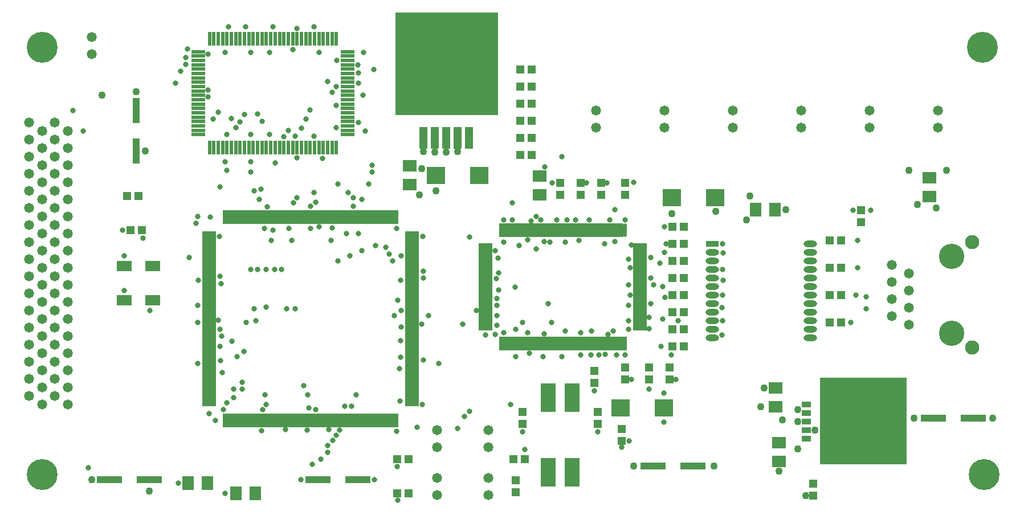
<source format=gts>
%FSLAX24Y24*%
%MOIN*%
G70*
G01*
G75*
%ADD10R,0.1417X0.0315*%
%ADD11R,0.0709X0.0630*%
%ADD12R,0.0315X0.1417*%
%ADD13R,0.0394X0.0433*%
%ADD14R,0.1024X0.0945*%
%ADD15R,0.0787X0.0551*%
%ADD16R,0.0433X0.0394*%
%ADD17R,0.0700X0.0300*%
%ADD18O,0.0700X0.0300*%
%ADD19R,0.0827X0.1614*%
%ADD20R,0.0157X0.0709*%
%ADD21R,0.0709X0.0157*%
%ADD22R,0.0118X0.0728*%
%ADD23R,0.0728X0.0118*%
%ADD24R,0.0709X0.0122*%
%ADD25O,0.0122X0.0709*%
%ADD26R,0.0122X0.0709*%
%ADD27R,0.0630X0.0709*%
%ADD28R,0.0394X0.1181*%
%ADD29R,0.5906X0.5906*%
%ADD30R,0.0500X0.0250*%
%ADD31R,0.5000X0.5000*%
%ADD32C,0.0160*%
%ADD33C,0.0200*%
%ADD34C,0.0070*%
%ADD35C,0.0080*%
%ADD36C,0.0100*%
%ADD37C,0.0120*%
%ADD38C,0.0300*%
%ADD39C,0.0394*%
%ADD40C,0.0500*%
%ADD41C,0.0750*%
%ADD42C,0.1400*%
%ADD43C,0.1732*%
%ADD44C,0.1732*%
%ADD45C,0.0320*%
%ADD46C,0.0350*%
%ADD47C,0.0250*%
%ADD48C,0.0060*%
%ADD49C,0.0098*%
%ADD50C,0.0079*%
%ADD51C,0.0140*%
%ADD52R,0.0079X0.0197*%
%ADD53R,0.0079X0.0197*%
%ADD54R,0.0079X0.0197*%
%ADD55R,0.0197X0.0079*%
%ADD56R,0.0200X0.1000*%
%ADD57R,0.0200X0.0500*%
%ADD58R,0.0500X0.0200*%
%ADD59R,0.0200X0.0700*%
%ADD60R,0.0200X0.0200*%
%ADD61C,0.0020*%
%ADD62R,0.0197X0.0079*%
%ADD63R,0.1497X0.0395*%
%ADD64R,0.0789X0.0710*%
%ADD65R,0.0395X0.1497*%
%ADD66R,0.0474X0.0513*%
%ADD67R,0.1104X0.1025*%
%ADD68R,0.0867X0.0631*%
%ADD69R,0.0513X0.0474*%
%ADD70R,0.0780X0.0380*%
%ADD71O,0.0780X0.0380*%
%ADD72R,0.0907X0.1694*%
%ADD73R,0.0237X0.0789*%
%ADD74R,0.0789X0.0237*%
%ADD75R,0.0198X0.0808*%
%ADD76R,0.0808X0.0198*%
%ADD77R,0.0789X0.0202*%
%ADD78O,0.0202X0.0789*%
%ADD79R,0.0202X0.0789*%
%ADD80R,0.0710X0.0789*%
%ADD81R,0.0474X0.1261*%
%ADD82R,0.5986X0.5986*%
%ADD83R,0.0580X0.0330*%
%ADD84R,0.5080X0.5080*%
%ADD85C,0.0474*%
%ADD86C,0.0580*%
%ADD87C,0.0830*%
%ADD88C,0.1480*%
%ADD89C,0.1812*%
%ADD90C,0.1812*%
%ADD91C,0.0400*%
%ADD92C,0.0430*%
%ADD93C,0.0330*%
D63*
X60581Y33000D02*
D03*
X58219D02*
D03*
X38619Y32200D02*
D03*
X40981D02*
D03*
X26419D02*
D03*
X28781D02*
D03*
X74619Y35800D02*
D03*
X76981D02*
D03*
D64*
X44000Y49449D02*
D03*
Y50551D02*
D03*
X65400Y37551D02*
D03*
Y36449D02*
D03*
X65600Y33249D02*
D03*
Y34351D02*
D03*
X51600Y48849D02*
D03*
Y49951D02*
D03*
X74400Y48749D02*
D03*
Y49851D02*
D03*
D65*
X28000Y51419D02*
D03*
Y53781D02*
D03*
D66*
X67600Y31935D02*
D03*
Y31265D02*
D03*
X56600Y38065D02*
D03*
Y38735D02*
D03*
X54800Y38535D02*
D03*
Y37865D02*
D03*
X58000Y38735D02*
D03*
Y38065D02*
D03*
X56400Y35135D02*
D03*
Y34465D02*
D03*
X59200Y38735D02*
D03*
Y38065D02*
D03*
X55000Y35465D02*
D03*
Y36135D02*
D03*
X70400Y47265D02*
D03*
Y47935D02*
D03*
X50600Y36135D02*
D03*
Y35465D02*
D03*
X52800Y48865D02*
D03*
Y49535D02*
D03*
X54000Y49535D02*
D03*
Y48865D02*
D03*
X55200Y49535D02*
D03*
Y48865D02*
D03*
X56600Y49535D02*
D03*
Y48865D02*
D03*
X50200Y32135D02*
D03*
Y31465D02*
D03*
D67*
X59340Y48700D02*
D03*
X61860D02*
D03*
X56340Y36400D02*
D03*
X58860D02*
D03*
X48060Y50000D02*
D03*
X45540D02*
D03*
D68*
X27300Y44700D02*
D03*
Y42700D02*
D03*
X28954D02*
D03*
Y44700D02*
D03*
D69*
X59365Y41000D02*
D03*
X60035D02*
D03*
X59365Y46000D02*
D03*
X60035D02*
D03*
X59365Y45000D02*
D03*
X60035D02*
D03*
X59365Y44000D02*
D03*
X60035D02*
D03*
X59365Y43000D02*
D03*
X60035D02*
D03*
X59365Y42000D02*
D03*
X60035D02*
D03*
X59365Y40000D02*
D03*
X60035D02*
D03*
X68565Y41400D02*
D03*
X69235D02*
D03*
X68565Y43000D02*
D03*
X69235D02*
D03*
X68565Y44600D02*
D03*
X69235D02*
D03*
X68565Y46200D02*
D03*
X69235D02*
D03*
X60035Y47000D02*
D03*
X59365D02*
D03*
X27665Y46800D02*
D03*
X28335D02*
D03*
X50735Y33400D02*
D03*
X50065D02*
D03*
X43265Y31400D02*
D03*
X43935D02*
D03*
X50465Y56200D02*
D03*
X51135D02*
D03*
X50465Y55200D02*
D03*
X51135D02*
D03*
X50465Y54200D02*
D03*
X51135D02*
D03*
X50465Y53200D02*
D03*
X51135D02*
D03*
X50465Y52200D02*
D03*
X51135D02*
D03*
X50465Y51200D02*
D03*
X51135D02*
D03*
X27465Y48800D02*
D03*
X43265Y33400D02*
D03*
X43935D02*
D03*
X28135Y48800D02*
D03*
D70*
X61700Y46000D02*
D03*
D71*
Y45500D02*
D03*
Y45000D02*
D03*
Y44500D02*
D03*
Y44000D02*
D03*
Y43500D02*
D03*
Y43000D02*
D03*
Y42500D02*
D03*
Y42000D02*
D03*
Y41500D02*
D03*
Y41000D02*
D03*
Y40500D02*
D03*
X67450Y46000D02*
D03*
Y45500D02*
D03*
Y45000D02*
D03*
Y44500D02*
D03*
Y44000D02*
D03*
Y43500D02*
D03*
Y43000D02*
D03*
Y42500D02*
D03*
Y42000D02*
D03*
Y41500D02*
D03*
Y41000D02*
D03*
Y40500D02*
D03*
D72*
X53509Y36985D02*
D03*
X52091D02*
D03*
X53509Y32615D02*
D03*
X52091D02*
D03*
D73*
X39711Y57991D02*
D03*
X39455D02*
D03*
X39199D02*
D03*
X38943D02*
D03*
X38687D02*
D03*
X38431D02*
D03*
X38175D02*
D03*
X37919D02*
D03*
X37663D02*
D03*
X37407D02*
D03*
X37152D02*
D03*
X36896D02*
D03*
X36640D02*
D03*
X36384D02*
D03*
X36128D02*
D03*
X35872D02*
D03*
X35616D02*
D03*
X35360D02*
D03*
X35104D02*
D03*
X34848D02*
D03*
X34593D02*
D03*
X34337D02*
D03*
X34081D02*
D03*
X33825D02*
D03*
X33569D02*
D03*
X33313D02*
D03*
X33057D02*
D03*
X32801D02*
D03*
X32545D02*
D03*
X32289D02*
D03*
Y51609D02*
D03*
X32545D02*
D03*
X32801D02*
D03*
X33057D02*
D03*
X33313D02*
D03*
X33569D02*
D03*
X33825D02*
D03*
X34081D02*
D03*
X34337D02*
D03*
X34593D02*
D03*
X34848D02*
D03*
X35104D02*
D03*
X35360D02*
D03*
X35616D02*
D03*
X35872D02*
D03*
X36128D02*
D03*
X36384D02*
D03*
X36640D02*
D03*
X36896D02*
D03*
X37152D02*
D03*
X37407D02*
D03*
X37663D02*
D03*
X37919D02*
D03*
X38175D02*
D03*
X38431D02*
D03*
X38687D02*
D03*
X38943D02*
D03*
X39199D02*
D03*
X39455D02*
D03*
X39711D02*
D03*
D74*
X31628Y57231D02*
D03*
Y56975D02*
D03*
Y56719D02*
D03*
Y56463D02*
D03*
Y56207D02*
D03*
Y55952D02*
D03*
Y55696D02*
D03*
Y55440D02*
D03*
Y55184D02*
D03*
Y54928D02*
D03*
Y54672D02*
D03*
Y54416D02*
D03*
Y54160D02*
D03*
Y53904D02*
D03*
Y53648D02*
D03*
Y53393D02*
D03*
Y53137D02*
D03*
Y52881D02*
D03*
Y52625D02*
D03*
Y52369D02*
D03*
X40372D02*
D03*
Y52625D02*
D03*
Y52881D02*
D03*
Y53137D02*
D03*
Y53393D02*
D03*
Y53648D02*
D03*
Y53904D02*
D03*
Y54160D02*
D03*
Y54416D02*
D03*
Y54672D02*
D03*
Y54928D02*
D03*
Y55184D02*
D03*
Y55440D02*
D03*
Y55696D02*
D03*
Y55952D02*
D03*
Y56207D02*
D03*
Y56463D02*
D03*
Y56719D02*
D03*
Y56975D02*
D03*
Y57231D02*
D03*
D75*
X33180Y35665D02*
D03*
X33377D02*
D03*
X33574D02*
D03*
X33771D02*
D03*
X33968D02*
D03*
X34165D02*
D03*
X34361D02*
D03*
X34558D02*
D03*
X34755D02*
D03*
X34952D02*
D03*
X35149D02*
D03*
X35346D02*
D03*
X35543D02*
D03*
X35739D02*
D03*
X35936D02*
D03*
X36133D02*
D03*
X36330D02*
D03*
X36527D02*
D03*
X36724D02*
D03*
X36920D02*
D03*
X37117D02*
D03*
X37314D02*
D03*
X37511D02*
D03*
X37708D02*
D03*
X37905D02*
D03*
X38102D02*
D03*
X38298D02*
D03*
X38495D02*
D03*
X38692D02*
D03*
X38889D02*
D03*
X39086D02*
D03*
X39283D02*
D03*
X39480D02*
D03*
X39676D02*
D03*
X39873D02*
D03*
X40070D02*
D03*
X40267D02*
D03*
X40464D02*
D03*
X40661D02*
D03*
X40857D02*
D03*
X41054D02*
D03*
X41251D02*
D03*
X41448D02*
D03*
X41645D02*
D03*
X41842D02*
D03*
X42039D02*
D03*
X42235D02*
D03*
X42432D02*
D03*
X42629D02*
D03*
X42826D02*
D03*
X43023D02*
D03*
X43220D02*
D03*
X33180Y47535D02*
D03*
X33377D02*
D03*
X33574D02*
D03*
X33771D02*
D03*
X33968D02*
D03*
X34165D02*
D03*
X34361D02*
D03*
X34558D02*
D03*
X34755D02*
D03*
X34952D02*
D03*
X35149D02*
D03*
X35346D02*
D03*
X35543D02*
D03*
X35739D02*
D03*
X35936D02*
D03*
X36133D02*
D03*
X36330D02*
D03*
X36527D02*
D03*
X36724D02*
D03*
X36920D02*
D03*
X37117D02*
D03*
X37314D02*
D03*
X37511D02*
D03*
X37708D02*
D03*
X37905D02*
D03*
X38102D02*
D03*
X38298D02*
D03*
X38495D02*
D03*
X38692D02*
D03*
X38889D02*
D03*
X39086D02*
D03*
X39283D02*
D03*
X39480D02*
D03*
X39676D02*
D03*
X39873D02*
D03*
X40070D02*
D03*
X40267D02*
D03*
X40464D02*
D03*
X40661D02*
D03*
X40857D02*
D03*
X41054D02*
D03*
X41251D02*
D03*
X41448D02*
D03*
X41645D02*
D03*
X41842D02*
D03*
X42039D02*
D03*
X42235D02*
D03*
X42432D02*
D03*
X42629D02*
D03*
X42826D02*
D03*
X43023D02*
D03*
X43220D02*
D03*
D76*
X44135Y36580D02*
D03*
Y36777D02*
D03*
Y36974D02*
D03*
Y37171D02*
D03*
Y37368D02*
D03*
Y37565D02*
D03*
Y37761D02*
D03*
Y37958D02*
D03*
Y38155D02*
D03*
Y38352D02*
D03*
Y38549D02*
D03*
Y38746D02*
D03*
Y38943D02*
D03*
Y39139D02*
D03*
Y39336D02*
D03*
Y39533D02*
D03*
Y39730D02*
D03*
Y39927D02*
D03*
Y40124D02*
D03*
Y40320D02*
D03*
Y40517D02*
D03*
Y40714D02*
D03*
Y40911D02*
D03*
Y41108D02*
D03*
Y41305D02*
D03*
Y41502D02*
D03*
Y41698D02*
D03*
Y41895D02*
D03*
Y42092D02*
D03*
Y42289D02*
D03*
Y42486D02*
D03*
Y42683D02*
D03*
Y42880D02*
D03*
Y43076D02*
D03*
Y43273D02*
D03*
Y43470D02*
D03*
Y43667D02*
D03*
Y43864D02*
D03*
Y44061D02*
D03*
Y44257D02*
D03*
Y44454D02*
D03*
Y44651D02*
D03*
Y44848D02*
D03*
Y45045D02*
D03*
Y45242D02*
D03*
Y45439D02*
D03*
Y45635D02*
D03*
Y45832D02*
D03*
Y46029D02*
D03*
Y46226D02*
D03*
Y46423D02*
D03*
Y46620D02*
D03*
X32265Y36580D02*
D03*
Y36777D02*
D03*
Y36974D02*
D03*
Y37171D02*
D03*
Y37368D02*
D03*
Y37565D02*
D03*
Y37761D02*
D03*
Y37958D02*
D03*
Y38155D02*
D03*
Y38352D02*
D03*
Y38549D02*
D03*
Y38746D02*
D03*
Y38943D02*
D03*
Y39139D02*
D03*
Y39336D02*
D03*
Y39533D02*
D03*
Y39730D02*
D03*
Y39927D02*
D03*
Y40124D02*
D03*
Y40320D02*
D03*
Y40517D02*
D03*
Y40714D02*
D03*
Y40911D02*
D03*
Y41108D02*
D03*
Y41305D02*
D03*
Y41502D02*
D03*
Y41698D02*
D03*
Y42092D02*
D03*
Y42289D02*
D03*
Y42486D02*
D03*
Y42683D02*
D03*
Y42880D02*
D03*
Y43076D02*
D03*
Y43273D02*
D03*
Y43470D02*
D03*
Y43667D02*
D03*
Y43864D02*
D03*
Y44061D02*
D03*
Y44257D02*
D03*
Y44454D02*
D03*
Y44651D02*
D03*
Y44848D02*
D03*
Y45045D02*
D03*
Y45242D02*
D03*
Y45439D02*
D03*
Y45635D02*
D03*
Y45832D02*
D03*
Y46029D02*
D03*
Y46226D02*
D03*
Y46423D02*
D03*
Y46620D02*
D03*
Y41895D02*
D03*
D77*
X57466Y41013D02*
D03*
Y41209D02*
D03*
Y41406D02*
D03*
Y41603D02*
D03*
Y41800D02*
D03*
Y41997D02*
D03*
Y42194D02*
D03*
Y42391D02*
D03*
Y42587D02*
D03*
Y42784D02*
D03*
Y42981D02*
D03*
Y43178D02*
D03*
Y43375D02*
D03*
Y43572D02*
D03*
Y43769D02*
D03*
Y43965D02*
D03*
Y44162D02*
D03*
Y44359D02*
D03*
Y44556D02*
D03*
Y44753D02*
D03*
Y44950D02*
D03*
Y45146D02*
D03*
Y45343D02*
D03*
Y45540D02*
D03*
Y45737D02*
D03*
Y45934D02*
D03*
X48450D02*
D03*
Y45737D02*
D03*
Y45540D02*
D03*
Y45343D02*
D03*
Y45146D02*
D03*
Y44950D02*
D03*
Y44753D02*
D03*
Y44556D02*
D03*
Y44359D02*
D03*
Y44162D02*
D03*
Y43965D02*
D03*
Y43769D02*
D03*
Y43572D02*
D03*
Y43375D02*
D03*
Y43178D02*
D03*
Y42981D02*
D03*
Y42784D02*
D03*
Y42587D02*
D03*
Y42391D02*
D03*
Y42194D02*
D03*
Y41997D02*
D03*
Y41800D02*
D03*
Y41603D02*
D03*
Y41406D02*
D03*
Y41209D02*
D03*
Y41013D02*
D03*
D78*
X56600Y46800D02*
D03*
D79*
X56403D02*
D03*
X56206D02*
D03*
X56009D02*
D03*
X55813D02*
D03*
X55616D02*
D03*
X55419D02*
D03*
X55222D02*
D03*
X55025D02*
D03*
X54828D02*
D03*
X54632D02*
D03*
X54435D02*
D03*
X54238D02*
D03*
X54041D02*
D03*
X53844D02*
D03*
X53647D02*
D03*
X53450D02*
D03*
X53254D02*
D03*
X53057D02*
D03*
X52860D02*
D03*
X52663D02*
D03*
X52466D02*
D03*
X52269D02*
D03*
X52072D02*
D03*
X51876D02*
D03*
X51679D02*
D03*
X51482D02*
D03*
X51285D02*
D03*
X51088D02*
D03*
X50891D02*
D03*
X50694D02*
D03*
X50498D02*
D03*
X50301D02*
D03*
X50104D02*
D03*
X49907D02*
D03*
X49710D02*
D03*
X49513D02*
D03*
X49317D02*
D03*
Y40146D02*
D03*
X49513D02*
D03*
X49710D02*
D03*
X49907D02*
D03*
X50104D02*
D03*
X50301D02*
D03*
X50498D02*
D03*
X50694D02*
D03*
X50891D02*
D03*
X51088D02*
D03*
X51285D02*
D03*
X51482D02*
D03*
X51679D02*
D03*
X51876D02*
D03*
X52072D02*
D03*
X52269D02*
D03*
X52466D02*
D03*
X52663D02*
D03*
X52860D02*
D03*
X53057D02*
D03*
X53254D02*
D03*
X53450D02*
D03*
X53647D02*
D03*
X53844D02*
D03*
X54041D02*
D03*
X54238D02*
D03*
X54435D02*
D03*
X54632D02*
D03*
X54828D02*
D03*
X55025D02*
D03*
X55222D02*
D03*
X55419D02*
D03*
X55616D02*
D03*
X55813D02*
D03*
X56009D02*
D03*
X56206D02*
D03*
X56403D02*
D03*
X56600D02*
D03*
D80*
X65351Y48000D02*
D03*
X64249D02*
D03*
X34951Y31400D02*
D03*
X33849D02*
D03*
X32151Y32000D02*
D03*
X31049D02*
D03*
D81*
X44800Y52200D02*
D03*
X45469D02*
D03*
X46139D02*
D03*
X46808D02*
D03*
X47477D02*
D03*
D82*
X46178Y56531D02*
D03*
D83*
X67200Y36600D02*
D03*
Y36100D02*
D03*
Y35600D02*
D03*
Y35100D02*
D03*
Y34600D02*
D03*
D84*
X70546Y35616D02*
D03*
D85*
X47000Y58000D02*
D03*
X44000Y55800D02*
D03*
X47040Y56800D02*
D03*
X45400D02*
D03*
Y58000D02*
D03*
X48400Y54200D02*
D03*
Y55800D02*
D03*
Y57200D02*
D03*
Y58400D02*
D03*
X44000Y54200D02*
D03*
Y57200D02*
D03*
Y58400D02*
D03*
D86*
X23250Y42100D02*
D03*
X24000Y41600D02*
D03*
X23250Y37100D02*
D03*
X24000Y36600D02*
D03*
X72200Y44750D02*
D03*
X73200Y44250D02*
D03*
X72200Y43750D02*
D03*
X73200Y43250D02*
D03*
X72200Y42750D02*
D03*
X73200Y42250D02*
D03*
X72200Y41750D02*
D03*
X73200Y41250D02*
D03*
X48600Y31300D02*
D03*
Y32300D02*
D03*
X45600D02*
D03*
Y31300D02*
D03*
X48600Y35100D02*
D03*
Y34100D02*
D03*
X25400Y58100D02*
D03*
Y57100D02*
D03*
X54900Y53800D02*
D03*
Y52800D02*
D03*
X58900Y53800D02*
D03*
Y52800D02*
D03*
X62900Y53800D02*
D03*
Y52800D02*
D03*
X66900Y53800D02*
D03*
Y52800D02*
D03*
X70900Y53800D02*
D03*
Y52800D02*
D03*
X74900Y53800D02*
D03*
Y52800D02*
D03*
X45600Y35100D02*
D03*
Y34100D02*
D03*
X24000Y37600D02*
D03*
X23250Y38100D02*
D03*
X24000Y38600D02*
D03*
X23250Y39100D02*
D03*
X24000Y39600D02*
D03*
X23250Y40100D02*
D03*
X24000Y40600D02*
D03*
X23250Y41100D02*
D03*
X24000Y42600D02*
D03*
X23250Y43100D02*
D03*
X24000Y43600D02*
D03*
X23250Y44100D02*
D03*
X24000Y44600D02*
D03*
X23250Y45100D02*
D03*
X24000Y45600D02*
D03*
X23250Y46100D02*
D03*
X24000Y46600D02*
D03*
X23250Y47100D02*
D03*
X24000Y47600D02*
D03*
X23250Y48100D02*
D03*
X24000Y48600D02*
D03*
X23250Y49100D02*
D03*
X24000Y49600D02*
D03*
X23250Y50100D02*
D03*
X24000Y50600D02*
D03*
X23250Y51100D02*
D03*
X24000Y51600D02*
D03*
X23250Y52100D02*
D03*
X24000Y52600D02*
D03*
X23250Y53100D02*
D03*
X22500Y36600D02*
D03*
X21750Y37100D02*
D03*
X22500Y37600D02*
D03*
X21750Y38100D02*
D03*
X22500Y38600D02*
D03*
X21750Y39100D02*
D03*
X22500Y39600D02*
D03*
X21750Y40100D02*
D03*
X22500Y40600D02*
D03*
X21750Y41100D02*
D03*
X22500Y41600D02*
D03*
X21750Y42100D02*
D03*
X22500Y42600D02*
D03*
X21750Y43100D02*
D03*
X22500Y43600D02*
D03*
X21750Y44100D02*
D03*
X22500Y44600D02*
D03*
X21750Y45100D02*
D03*
X22500Y45600D02*
D03*
X21750Y46100D02*
D03*
X22500Y46600D02*
D03*
X21750Y47100D02*
D03*
X22500Y47600D02*
D03*
X21750Y48100D02*
D03*
X22500Y48600D02*
D03*
X21750Y49100D02*
D03*
X22500Y49600D02*
D03*
X21750Y50100D02*
D03*
X22500Y50600D02*
D03*
X21750Y51100D02*
D03*
X22500Y51600D02*
D03*
X21750Y52100D02*
D03*
X22500Y52600D02*
D03*
X21750Y53100D02*
D03*
D87*
X76900Y46090D02*
D03*
Y39910D02*
D03*
D88*
X75700Y40750D02*
D03*
Y45250D02*
D03*
D89*
X77500Y57500D02*
D03*
D90*
X77600Y32500D02*
D03*
X22500D02*
D03*
Y57500D02*
D03*
D91*
X68400Y37800D02*
D03*
Y33500D02*
D03*
X72600D02*
D03*
Y34200D02*
D03*
Y37800D02*
D03*
Y37000D02*
D03*
Y35600D02*
D03*
X68400Y34200D02*
D03*
Y37100D02*
D03*
X70500Y36400D02*
D03*
Y35000D02*
D03*
D92*
X65800Y35700D02*
D03*
X64549Y36449D02*
D03*
X45540Y49100D02*
D03*
X44700Y50400D02*
D03*
X44551Y48849D02*
D03*
X46808Y51368D02*
D03*
X46139Y51361D02*
D03*
X45469Y51351D02*
D03*
X44800Y51400D02*
D03*
X66000Y48000D02*
D03*
X63700Y47400D02*
D03*
X63900Y48800D02*
D03*
X74800Y48100D02*
D03*
X73700Y48300D02*
D03*
X75400Y50300D02*
D03*
X73200D02*
D03*
X66700Y35600D02*
D03*
Y36300D02*
D03*
X67165Y31265D02*
D03*
X65600Y32700D02*
D03*
X64749Y37551D02*
D03*
X67700Y35100D02*
D03*
X66700Y34000D02*
D03*
X59340Y47760D02*
D03*
X61900Y47900D02*
D03*
X26000Y54700D02*
D03*
X28781Y31519D02*
D03*
X25400Y32200D02*
D03*
X61800Y33000D02*
D03*
X57100D02*
D03*
X78100Y35800D02*
D03*
X73500D02*
D03*
X28000Y54900D02*
D03*
X28519Y51419D02*
D03*
D93*
X34700Y50200D02*
D03*
X51900Y50500D02*
D03*
X52900Y51100D02*
D03*
X44700Y41300D02*
D03*
X49100Y42400D02*
D03*
X62300Y46000D02*
D03*
X62335Y45465D02*
D03*
X62300Y44500D02*
D03*
X62335Y43865D02*
D03*
X62300Y43000D02*
D03*
X62265Y42265D02*
D03*
X62300Y41500D02*
D03*
X62265Y40665D02*
D03*
X56965Y38065D02*
D03*
X58860Y37260D02*
D03*
Y35540D02*
D03*
X50600Y35000D02*
D03*
X55000D02*
D03*
X50000Y47400D02*
D03*
X49500Y46100D02*
D03*
X49513Y47387D02*
D03*
X50400Y45900D02*
D03*
X51088Y47312D02*
D03*
X50891Y46209D02*
D03*
X51679Y47379D02*
D03*
X51876Y46124D02*
D03*
X52600Y47400D02*
D03*
X52200Y46100D02*
D03*
X53100D02*
D03*
X53700Y47400D02*
D03*
X53200D02*
D03*
X53900Y46200D02*
D03*
X54500Y47400D02*
D03*
X55700D02*
D03*
X56600D02*
D03*
X56009Y46109D02*
D03*
X56966Y45934D02*
D03*
X58100Y45200D02*
D03*
X56900Y44600D02*
D03*
X56800Y45100D02*
D03*
X58100Y44000D02*
D03*
X56800Y43600D02*
D03*
X58272Y43572D02*
D03*
X56900Y43000D02*
D03*
X56809Y42391D02*
D03*
X58100Y42500D02*
D03*
X58000Y41700D02*
D03*
X56800Y41000D02*
D03*
Y41500D02*
D03*
X57987Y41013D02*
D03*
X55900Y40900D02*
D03*
X56600Y39500D02*
D03*
X56100D02*
D03*
X55616Y40684D02*
D03*
X55419Y39519D02*
D03*
X55057Y39500D02*
D03*
X54600D02*
D03*
X54632Y40869D02*
D03*
X54000Y40800D02*
D03*
Y39500D02*
D03*
X53100Y40900D02*
D03*
X52900Y39400D02*
D03*
X51876Y40724D02*
D03*
X51800Y39400D02*
D03*
X51000Y39600D02*
D03*
X50891Y40791D02*
D03*
X50200Y39400D02*
D03*
Y41000D02*
D03*
X48450Y40650D02*
D03*
X49109Y41209D02*
D03*
X49100Y42800D02*
D03*
X49200Y43300D02*
D03*
X50165Y43465D02*
D03*
X49065Y43935D02*
D03*
X49200Y44300D02*
D03*
X49154Y45146D02*
D03*
X49000Y45600D02*
D03*
X47100Y41300D02*
D03*
X49100Y41800D02*
D03*
X47900Y42100D02*
D03*
X41800Y50600D02*
D03*
Y50200D02*
D03*
X41200Y48600D02*
D03*
X40700Y48700D02*
D03*
X40400Y49000D02*
D03*
X37663Y52763D02*
D03*
X39800Y49500D02*
D03*
X36896Y52604D02*
D03*
X36640Y52240D02*
D03*
X37400Y48700D02*
D03*
X37200Y48400D02*
D03*
X34337Y53563D02*
D03*
X34081Y53119D02*
D03*
X33825Y52775D02*
D03*
X35300Y49200D02*
D03*
X34900Y49100D02*
D03*
X32801Y53699D02*
D03*
X33300Y50300D02*
D03*
X32900Y49302D02*
D03*
X32500Y53300D02*
D03*
X30900Y56500D02*
D03*
Y56900D02*
D03*
X32200Y57100D02*
D03*
X42000Y45900D02*
D03*
X41300Y57200D02*
D03*
X41900Y56200D02*
D03*
X41400Y52600D02*
D03*
X41600Y49500D02*
D03*
X39700Y52800D02*
D03*
X37919Y53281D02*
D03*
X38175Y53825D02*
D03*
X38400Y52300D02*
D03*
X38900Y51000D02*
D03*
X35104Y53596D02*
D03*
X35360Y53140D02*
D03*
X33569Y53331D02*
D03*
X35800Y52400D02*
D03*
X36128Y50728D02*
D03*
X37407Y51007D02*
D03*
X37300Y52300D02*
D03*
X34700Y52400D02*
D03*
Y50800D02*
D03*
X33300Y52400D02*
D03*
X33200Y50800D02*
D03*
X38400Y58700D02*
D03*
X38700Y57200D02*
D03*
X37407Y58593D02*
D03*
X37152Y57348D02*
D03*
X36000Y58700D02*
D03*
X35800Y57200D02*
D03*
X34700D02*
D03*
X34400Y58700D02*
D03*
X33400D02*
D03*
X33200Y57200D02*
D03*
X31000Y57400D02*
D03*
X32200Y55000D02*
D03*
Y54600D02*
D03*
X40963Y56463D02*
D03*
X39719Y56719D02*
D03*
X41000Y55400D02*
D03*
Y56000D02*
D03*
X41272Y54672D02*
D03*
X39700Y55200D02*
D03*
X41000Y53100D02*
D03*
X39200Y55500D02*
D03*
X39455Y54855D02*
D03*
X39700Y54100D02*
D03*
X27300Y45300D02*
D03*
Y43235D02*
D03*
X28397Y46303D02*
D03*
X27200Y46800D02*
D03*
X30600Y56100D02*
D03*
X30300Y55400D02*
D03*
X34200Y37900D02*
D03*
Y37500D02*
D03*
X33700D02*
D03*
Y37000D02*
D03*
X33300Y36700D02*
D03*
X33100Y36300D02*
D03*
X31500Y47200D02*
D03*
X24900Y52600D02*
D03*
X24300Y53800D02*
D03*
X28800Y42100D02*
D03*
X25200Y32900D02*
D03*
X41200Y45600D02*
D03*
X40500Y45300D02*
D03*
X39800Y45000D02*
D03*
X36500Y44500D02*
D03*
X36100D02*
D03*
X35600D02*
D03*
X35100D02*
D03*
X34700D02*
D03*
X37314Y42186D02*
D03*
X36800Y42200D02*
D03*
X33600Y40300D02*
D03*
X33000Y40600D02*
D03*
X31600Y42400D02*
D03*
Y41400D02*
D03*
X32802Y41502D02*
D03*
X32900Y41000D02*
D03*
Y40000D02*
D03*
X35400Y36300D02*
D03*
X35600Y36600D02*
D03*
X35535Y37135D02*
D03*
X37800Y37700D02*
D03*
X35346Y35046D02*
D03*
X36724Y35124D02*
D03*
X32635Y35665D02*
D03*
X32265Y36065D02*
D03*
X33900Y39400D02*
D03*
X33035Y38465D02*
D03*
X32939Y39139D02*
D03*
X31600Y39000D02*
D03*
X34300Y39700D02*
D03*
X32967Y43667D02*
D03*
X32900Y44100D02*
D03*
X31636Y43864D02*
D03*
X31100Y45200D02*
D03*
X34433Y41400D02*
D03*
X35000Y41500D02*
D03*
X34900Y42200D02*
D03*
X35600Y42300D02*
D03*
X36000Y46800D02*
D03*
X35500Y46900D02*
D03*
X35200Y48600D02*
D03*
X35665Y48135D02*
D03*
X36920Y46880D02*
D03*
X38700Y47000D02*
D03*
X39400Y46200D02*
D03*
X39480Y46920D02*
D03*
X37100Y46200D02*
D03*
X38200Y46900D02*
D03*
X40300Y46600D02*
D03*
X40700Y48200D02*
D03*
X41000Y46600D02*
D03*
X43220Y46880D02*
D03*
X44777Y46423D02*
D03*
X44800Y44400D02*
D03*
Y44000D02*
D03*
X43464Y43864D02*
D03*
X43000Y45000D02*
D03*
X43300Y42700D02*
D03*
X43100Y41800D02*
D03*
X43492Y41108D02*
D03*
X43480Y40320D02*
D03*
X45100Y41800D02*
D03*
X43500Y42100D02*
D03*
X45700Y39000D02*
D03*
X44800Y39200D02*
D03*
X43464Y39336D02*
D03*
X43400Y38700D02*
D03*
X44720Y36580D02*
D03*
X43423Y36777D02*
D03*
X43220Y35020D02*
D03*
X38000Y35100D02*
D03*
X38102Y36398D02*
D03*
X38035Y37135D02*
D03*
X38500Y36300D02*
D03*
X39283Y35117D02*
D03*
X44435Y35265D02*
D03*
X39900Y35100D02*
D03*
X40857Y37143D02*
D03*
X40200Y36500D02*
D03*
X40600D02*
D03*
X42600Y45800D02*
D03*
X42800Y45400D02*
D03*
X50000Y48400D02*
D03*
X56000Y48000D02*
D03*
X49900Y36600D02*
D03*
X52300Y41400D02*
D03*
X52335Y49535D02*
D03*
X54335Y49535D02*
D03*
X55535D02*
D03*
X57100Y49600D02*
D03*
X50735Y33935D02*
D03*
X43265Y32935D02*
D03*
X43300Y31000D02*
D03*
X51400Y47600D02*
D03*
Y45700D02*
D03*
X49000Y40700D02*
D03*
X47200Y35900D02*
D03*
X49500Y40800D02*
D03*
X55400Y46000D02*
D03*
X50600Y41400D02*
D03*
X46800Y35200D02*
D03*
X52100Y42500D02*
D03*
X47500Y36200D02*
D03*
X43500Y45300D02*
D03*
X47500Y46400D02*
D03*
X32877Y46423D02*
D03*
X31600Y47600D02*
D03*
X32335Y47535D02*
D03*
X38400Y49000D02*
D03*
X38495Y48405D02*
D03*
X38200Y48200D02*
D03*
X58700Y40000D02*
D03*
X58900Y47000D02*
D03*
X59000Y46000D02*
D03*
X58900Y45500D02*
D03*
X58800Y43500D02*
D03*
Y41600D02*
D03*
X59300Y39500D02*
D03*
X59700Y41500D02*
D03*
X58935Y42865D02*
D03*
X58635Y44865D02*
D03*
X70200Y44600D02*
D03*
Y46200D02*
D03*
X70100Y43000D02*
D03*
X69800Y41400D02*
D03*
X35900Y46200D02*
D03*
X58000Y37500D02*
D03*
X59565Y38065D02*
D03*
X54800Y37400D02*
D03*
X56835Y34465D02*
D03*
X56400Y34100D02*
D03*
X70700Y42200D02*
D03*
Y42900D02*
D03*
X69935Y47935D02*
D03*
X70965D02*
D03*
X38300Y33100D02*
D03*
X38800Y33400D02*
D03*
X39200Y33800D02*
D03*
Y34200D02*
D03*
X39500Y34500D02*
D03*
X39700Y34800D02*
D03*
X41920Y32200D02*
D03*
X37640D02*
D03*
X30480Y32000D02*
D03*
X33200Y31400D02*
D03*
M02*

</source>
